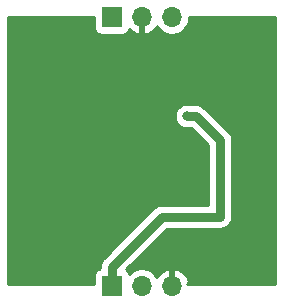
<source format=gbr>
G04 #@! TF.GenerationSoftware,KiCad,Pcbnew,(5.1.5)-2*
G04 #@! TF.CreationDate,2019-12-31T23:10:34+04:00*
G04 #@! TF.ProjectId,ad8066_filter,61643830-3636-45f6-9669-6c7465722e6b,1*
G04 #@! TF.SameCoordinates,Original*
G04 #@! TF.FileFunction,Copper,L2,Bot*
G04 #@! TF.FilePolarity,Positive*
%FSLAX46Y46*%
G04 Gerber Fmt 4.6, Leading zero omitted, Abs format (unit mm)*
G04 Created by KiCad (PCBNEW (5.1.5)-2) date 2019-12-31 23:10:34*
%MOMM*%
%LPD*%
G04 APERTURE LIST*
%ADD10O,1.700000X1.700000*%
%ADD11R,1.700000X1.700000*%
%ADD12C,0.800000*%
%ADD13C,0.762000*%
%ADD14C,0.254000*%
G04 APERTURE END LIST*
D10*
X167640000Y-77597000D03*
X165100000Y-77597000D03*
D11*
X162560000Y-77597000D03*
D10*
X167640000Y-100330000D03*
X165100000Y-100330000D03*
D11*
X162560000Y-100330000D03*
D12*
X173863000Y-88011000D03*
X157988000Y-97155000D03*
X157988000Y-95123000D03*
X159639000Y-92456000D03*
X173990000Y-96529000D03*
X168910000Y-85979000D03*
X171704000Y-94470000D03*
X171704000Y-88011000D03*
D13*
X162560000Y-100330000D02*
X162560000Y-98718000D01*
X171704000Y-94488000D02*
X171704000Y-88038000D01*
X166808000Y-94470000D02*
X162560000Y-98718000D01*
X171704000Y-94470000D02*
X166808000Y-94470000D01*
X169672000Y-85979000D02*
X171704000Y-88011000D01*
X168910000Y-85979000D02*
X169672000Y-85979000D01*
D14*
G36*
X161071928Y-78447000D02*
G01*
X161084188Y-78571482D01*
X161120498Y-78691180D01*
X161179463Y-78801494D01*
X161258815Y-78898185D01*
X161355506Y-78977537D01*
X161465820Y-79036502D01*
X161585518Y-79072812D01*
X161710000Y-79085072D01*
X163410000Y-79085072D01*
X163534482Y-79072812D01*
X163654180Y-79036502D01*
X163764494Y-78977537D01*
X163861185Y-78898185D01*
X163940537Y-78801494D01*
X163999502Y-78691180D01*
X164023966Y-78610534D01*
X164099731Y-78694588D01*
X164333080Y-78868641D01*
X164595901Y-78993825D01*
X164743110Y-79038476D01*
X164973000Y-78917155D01*
X164973000Y-77724000D01*
X164953000Y-77724000D01*
X164953000Y-77597000D01*
X165247000Y-77597000D01*
X165247000Y-77724000D01*
X165227000Y-77724000D01*
X165227000Y-78917155D01*
X165456890Y-79038476D01*
X165604099Y-78993825D01*
X165866920Y-78868641D01*
X166100269Y-78694588D01*
X166295178Y-78478355D01*
X166364805Y-78361466D01*
X166486525Y-78543632D01*
X166693368Y-78750475D01*
X166936589Y-78912990D01*
X167206842Y-79024932D01*
X167493740Y-79082000D01*
X167786260Y-79082000D01*
X168073158Y-79024932D01*
X168343411Y-78912990D01*
X168586632Y-78750475D01*
X168793475Y-78543632D01*
X168955990Y-78300411D01*
X169067932Y-78030158D01*
X169125000Y-77743260D01*
X169125000Y-77597000D01*
X176403000Y-77597000D01*
X176403000Y-100203000D01*
X169125000Y-100203000D01*
X169125000Y-100202998D01*
X168960815Y-100202998D01*
X169081481Y-99973109D01*
X168984157Y-99698748D01*
X168835178Y-99448645D01*
X168640269Y-99232412D01*
X168406920Y-99058359D01*
X168144099Y-98933175D01*
X167996890Y-98888524D01*
X167767000Y-99009845D01*
X167767000Y-100203000D01*
X167513000Y-100203000D01*
X167513000Y-99009845D01*
X167283110Y-98888524D01*
X167135901Y-98933175D01*
X166873080Y-99058359D01*
X166639731Y-99232412D01*
X166444822Y-99448645D01*
X166375195Y-99565534D01*
X166253475Y-99383368D01*
X166046632Y-99176525D01*
X165803411Y-99014010D01*
X165533158Y-98902068D01*
X165246260Y-98845000D01*
X164953740Y-98845000D01*
X164666842Y-98902068D01*
X164396589Y-99014010D01*
X164153368Y-99176525D01*
X164021513Y-99308380D01*
X163999502Y-99235820D01*
X163940537Y-99125506D01*
X163861185Y-99028815D01*
X163764979Y-98949861D01*
X167228841Y-95486000D01*
X171493957Y-95486000D01*
X171504829Y-95489298D01*
X171541063Y-95492867D01*
X171602061Y-95505000D01*
X171664251Y-95505000D01*
X171704000Y-95508915D01*
X171743749Y-95505000D01*
X171805939Y-95505000D01*
X171866938Y-95492867D01*
X171903170Y-95489298D01*
X171938007Y-95478730D01*
X172005898Y-95465226D01*
X172069851Y-95438736D01*
X172094686Y-95431202D01*
X172117577Y-95418967D01*
X172194256Y-95387205D01*
X172263256Y-95341101D01*
X172271190Y-95336860D01*
X172278144Y-95331153D01*
X172363774Y-95273937D01*
X172507937Y-95129774D01*
X172621205Y-94960256D01*
X172699226Y-94771898D01*
X172739000Y-94571939D01*
X172739000Y-94368061D01*
X172720000Y-94272541D01*
X172720000Y-88208459D01*
X172739000Y-88112939D01*
X172739000Y-87909061D01*
X172699226Y-87709102D01*
X172621205Y-87520744D01*
X172507937Y-87351226D01*
X172363774Y-87207063D01*
X172282797Y-87152956D01*
X170425712Y-85295872D01*
X170393896Y-85257104D01*
X170239190Y-85130140D01*
X170062687Y-85035798D01*
X169871171Y-84977702D01*
X169721902Y-84963000D01*
X169672000Y-84958085D01*
X169622098Y-84963000D01*
X169107459Y-84963000D01*
X169011939Y-84944000D01*
X168808061Y-84944000D01*
X168608102Y-84983774D01*
X168419744Y-85061795D01*
X168250226Y-85175063D01*
X168106063Y-85319226D01*
X167992795Y-85488744D01*
X167914774Y-85677102D01*
X167875000Y-85877061D01*
X167875000Y-86080939D01*
X167914774Y-86280898D01*
X167992795Y-86469256D01*
X168106063Y-86638774D01*
X168250226Y-86782937D01*
X168419744Y-86896205D01*
X168608102Y-86974226D01*
X168808061Y-87014000D01*
X169011939Y-87014000D01*
X169107459Y-86995000D01*
X169251160Y-86995000D01*
X170688001Y-88431842D01*
X170688000Y-93454000D01*
X166857893Y-93454000D01*
X166807999Y-93449086D01*
X166758105Y-93454000D01*
X166758098Y-93454000D01*
X166608829Y-93468702D01*
X166417313Y-93526798D01*
X166240810Y-93621140D01*
X166086104Y-93748104D01*
X166054292Y-93786867D01*
X161876868Y-97964292D01*
X161838105Y-97996104D01*
X161711141Y-98150810D01*
X161616799Y-98327313D01*
X161558702Y-98518830D01*
X161539085Y-98718000D01*
X161544001Y-98767911D01*
X161544001Y-98866782D01*
X161465820Y-98890498D01*
X161355506Y-98949463D01*
X161258815Y-99028815D01*
X161179463Y-99125506D01*
X161120498Y-99235820D01*
X161084188Y-99355518D01*
X161071928Y-99480000D01*
X161071928Y-100203000D01*
X153797000Y-100203000D01*
X153797000Y-77597000D01*
X161071928Y-77597000D01*
X161071928Y-78447000D01*
G37*
X161071928Y-78447000D02*
X161084188Y-78571482D01*
X161120498Y-78691180D01*
X161179463Y-78801494D01*
X161258815Y-78898185D01*
X161355506Y-78977537D01*
X161465820Y-79036502D01*
X161585518Y-79072812D01*
X161710000Y-79085072D01*
X163410000Y-79085072D01*
X163534482Y-79072812D01*
X163654180Y-79036502D01*
X163764494Y-78977537D01*
X163861185Y-78898185D01*
X163940537Y-78801494D01*
X163999502Y-78691180D01*
X164023966Y-78610534D01*
X164099731Y-78694588D01*
X164333080Y-78868641D01*
X164595901Y-78993825D01*
X164743110Y-79038476D01*
X164973000Y-78917155D01*
X164973000Y-77724000D01*
X164953000Y-77724000D01*
X164953000Y-77597000D01*
X165247000Y-77597000D01*
X165247000Y-77724000D01*
X165227000Y-77724000D01*
X165227000Y-78917155D01*
X165456890Y-79038476D01*
X165604099Y-78993825D01*
X165866920Y-78868641D01*
X166100269Y-78694588D01*
X166295178Y-78478355D01*
X166364805Y-78361466D01*
X166486525Y-78543632D01*
X166693368Y-78750475D01*
X166936589Y-78912990D01*
X167206842Y-79024932D01*
X167493740Y-79082000D01*
X167786260Y-79082000D01*
X168073158Y-79024932D01*
X168343411Y-78912990D01*
X168586632Y-78750475D01*
X168793475Y-78543632D01*
X168955990Y-78300411D01*
X169067932Y-78030158D01*
X169125000Y-77743260D01*
X169125000Y-77597000D01*
X176403000Y-77597000D01*
X176403000Y-100203000D01*
X169125000Y-100203000D01*
X169125000Y-100202998D01*
X168960815Y-100202998D01*
X169081481Y-99973109D01*
X168984157Y-99698748D01*
X168835178Y-99448645D01*
X168640269Y-99232412D01*
X168406920Y-99058359D01*
X168144099Y-98933175D01*
X167996890Y-98888524D01*
X167767000Y-99009845D01*
X167767000Y-100203000D01*
X167513000Y-100203000D01*
X167513000Y-99009845D01*
X167283110Y-98888524D01*
X167135901Y-98933175D01*
X166873080Y-99058359D01*
X166639731Y-99232412D01*
X166444822Y-99448645D01*
X166375195Y-99565534D01*
X166253475Y-99383368D01*
X166046632Y-99176525D01*
X165803411Y-99014010D01*
X165533158Y-98902068D01*
X165246260Y-98845000D01*
X164953740Y-98845000D01*
X164666842Y-98902068D01*
X164396589Y-99014010D01*
X164153368Y-99176525D01*
X164021513Y-99308380D01*
X163999502Y-99235820D01*
X163940537Y-99125506D01*
X163861185Y-99028815D01*
X163764979Y-98949861D01*
X167228841Y-95486000D01*
X171493957Y-95486000D01*
X171504829Y-95489298D01*
X171541063Y-95492867D01*
X171602061Y-95505000D01*
X171664251Y-95505000D01*
X171704000Y-95508915D01*
X171743749Y-95505000D01*
X171805939Y-95505000D01*
X171866938Y-95492867D01*
X171903170Y-95489298D01*
X171938007Y-95478730D01*
X172005898Y-95465226D01*
X172069851Y-95438736D01*
X172094686Y-95431202D01*
X172117577Y-95418967D01*
X172194256Y-95387205D01*
X172263256Y-95341101D01*
X172271190Y-95336860D01*
X172278144Y-95331153D01*
X172363774Y-95273937D01*
X172507937Y-95129774D01*
X172621205Y-94960256D01*
X172699226Y-94771898D01*
X172739000Y-94571939D01*
X172739000Y-94368061D01*
X172720000Y-94272541D01*
X172720000Y-88208459D01*
X172739000Y-88112939D01*
X172739000Y-87909061D01*
X172699226Y-87709102D01*
X172621205Y-87520744D01*
X172507937Y-87351226D01*
X172363774Y-87207063D01*
X172282797Y-87152956D01*
X170425712Y-85295872D01*
X170393896Y-85257104D01*
X170239190Y-85130140D01*
X170062687Y-85035798D01*
X169871171Y-84977702D01*
X169721902Y-84963000D01*
X169672000Y-84958085D01*
X169622098Y-84963000D01*
X169107459Y-84963000D01*
X169011939Y-84944000D01*
X168808061Y-84944000D01*
X168608102Y-84983774D01*
X168419744Y-85061795D01*
X168250226Y-85175063D01*
X168106063Y-85319226D01*
X167992795Y-85488744D01*
X167914774Y-85677102D01*
X167875000Y-85877061D01*
X167875000Y-86080939D01*
X167914774Y-86280898D01*
X167992795Y-86469256D01*
X168106063Y-86638774D01*
X168250226Y-86782937D01*
X168419744Y-86896205D01*
X168608102Y-86974226D01*
X168808061Y-87014000D01*
X169011939Y-87014000D01*
X169107459Y-86995000D01*
X169251160Y-86995000D01*
X170688001Y-88431842D01*
X170688000Y-93454000D01*
X166857893Y-93454000D01*
X166807999Y-93449086D01*
X166758105Y-93454000D01*
X166758098Y-93454000D01*
X166608829Y-93468702D01*
X166417313Y-93526798D01*
X166240810Y-93621140D01*
X166086104Y-93748104D01*
X166054292Y-93786867D01*
X161876868Y-97964292D01*
X161838105Y-97996104D01*
X161711141Y-98150810D01*
X161616799Y-98327313D01*
X161558702Y-98518830D01*
X161539085Y-98718000D01*
X161544001Y-98767911D01*
X161544001Y-98866782D01*
X161465820Y-98890498D01*
X161355506Y-98949463D01*
X161258815Y-99028815D01*
X161179463Y-99125506D01*
X161120498Y-99235820D01*
X161084188Y-99355518D01*
X161071928Y-99480000D01*
X161071928Y-100203000D01*
X153797000Y-100203000D01*
X153797000Y-77597000D01*
X161071928Y-77597000D01*
X161071928Y-78447000D01*
M02*

</source>
